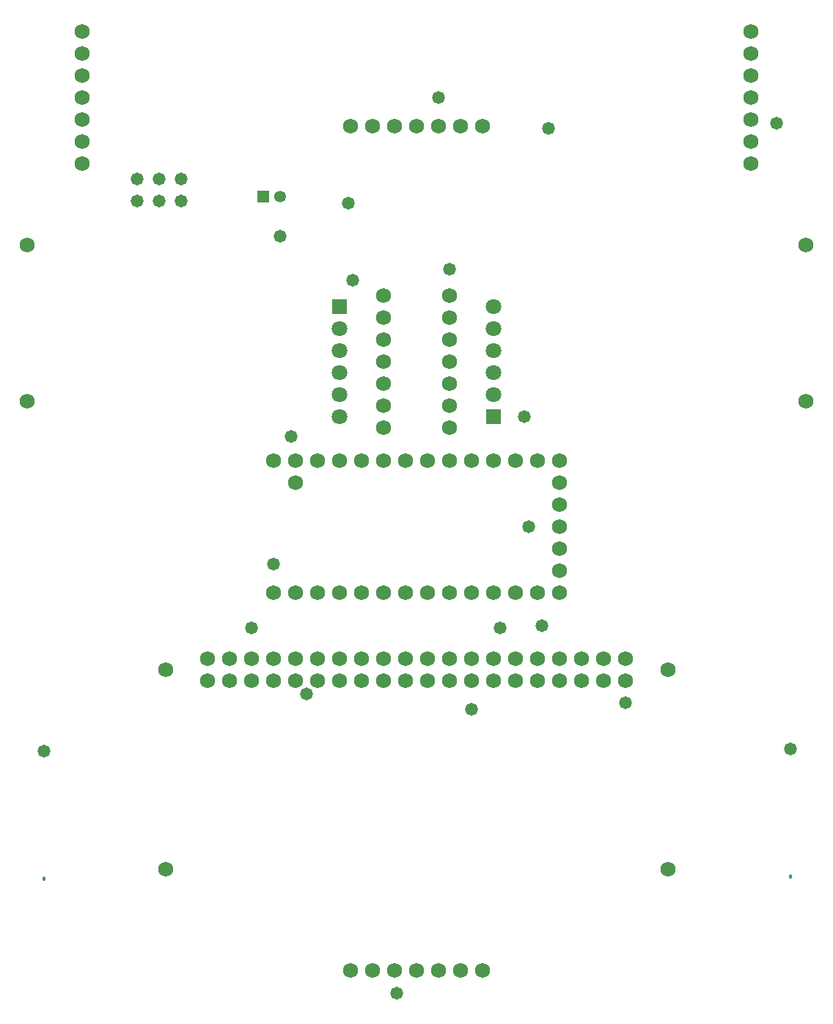
<source format=gbr>
%TF.GenerationSoftware,Altium Limited,Altium Designer,23.2.1 (34)*%
G04 Layer_Color=16711935*
%FSLAX26Y26*%
%MOIN*%
%TF.SameCoordinates,C295F6C5-B72E-4061-B5E5-0E097F681155*%
%TF.FilePolarity,Negative*%
%TF.FileFunction,Soldermask,Bot*%
%TF.Part,Single*%
G01*
G75*
%TA.AperFunction,ComponentPad*%
%ADD33C,0.068000*%
%ADD34R,0.053276X0.053276*%
%ADD35C,0.053276*%
%ADD36C,0.058000*%
%ADD37C,0.018000*%
%ADD38C,0.070992*%
%ADD39R,0.070992X0.070992*%
%TA.AperFunction,ViaPad*%
%ADD40C,0.058000*%
D33*
X1520000Y4150000D02*
D03*
Y4250000D02*
D03*
Y4350000D02*
D03*
Y4450000D02*
D03*
Y4550000D02*
D03*
Y4650000D02*
D03*
Y4750000D02*
D03*
X-550000Y2700000D02*
D03*
X550000Y2200000D02*
D03*
X650000D02*
D03*
X350000D02*
D03*
X450000D02*
D03*
X150000D02*
D03*
X250000D02*
D03*
X-50000D02*
D03*
X50000D02*
D03*
X-250000D02*
D03*
X-150000D02*
D03*
X-450000D02*
D03*
X-350000D02*
D03*
X-650000D02*
D03*
X-550000D02*
D03*
X550000Y2800000D02*
D03*
X650000D02*
D03*
X350000D02*
D03*
X450000D02*
D03*
X150000D02*
D03*
X250000D02*
D03*
X-50000D02*
D03*
X50000D02*
D03*
X-250000D02*
D03*
X-150000D02*
D03*
X-450000D02*
D03*
X-350000D02*
D03*
X-650000D02*
D03*
X-550000D02*
D03*
X650000Y2300000D02*
D03*
Y2400000D02*
D03*
Y2500000D02*
D03*
Y2600000D02*
D03*
Y2700000D02*
D03*
X1141535Y944291D02*
D03*
X950000Y1800000D02*
D03*
Y1900000D02*
D03*
X850000Y1800000D02*
D03*
Y1900000D02*
D03*
X750000Y1800000D02*
D03*
Y1900000D02*
D03*
X650000Y1800000D02*
D03*
Y1900000D02*
D03*
X550000Y1800000D02*
D03*
Y1900000D02*
D03*
X450000Y1800000D02*
D03*
Y1900000D02*
D03*
X350000Y1800000D02*
D03*
Y1900000D02*
D03*
X250000Y1800000D02*
D03*
Y1900000D02*
D03*
X150000Y1800000D02*
D03*
Y1900000D02*
D03*
X50000Y1800000D02*
D03*
Y1900000D02*
D03*
X-50000Y1800000D02*
D03*
Y1900000D02*
D03*
X-150000Y1800000D02*
D03*
Y1900000D02*
D03*
X-250000Y1800000D02*
D03*
Y1900000D02*
D03*
X-350000Y1800000D02*
D03*
Y1900000D02*
D03*
X-450000Y1800000D02*
D03*
Y1900000D02*
D03*
X-550000Y1800000D02*
D03*
Y1900000D02*
D03*
X-650000Y1800000D02*
D03*
Y1900000D02*
D03*
X-750000Y1800000D02*
D03*
Y1900000D02*
D03*
X-850000Y1800000D02*
D03*
Y1900000D02*
D03*
X-950000Y1800000D02*
D03*
Y1900000D02*
D03*
X-1141929Y944291D02*
D03*
X1141535Y1849803D02*
D03*
X-1141929D02*
D03*
X1770000Y3070000D02*
D03*
Y3780000D02*
D03*
X-1770000Y3070000D02*
D03*
Y3780000D02*
D03*
X-150000Y3550000D02*
D03*
X150000D02*
D03*
X-150000Y3450000D02*
D03*
X150000D02*
D03*
X-150000Y3350000D02*
D03*
X150000D02*
D03*
X-150000Y3250000D02*
D03*
X150000D02*
D03*
X-150000Y3150000D02*
D03*
X150000D02*
D03*
X-150000Y3050000D02*
D03*
X150000D02*
D03*
X-150000Y2950000D02*
D03*
X150000D02*
D03*
X-300000Y485000D02*
D03*
X-200000D02*
D03*
X-100000D02*
D03*
X0D02*
D03*
X100000D02*
D03*
X200000D02*
D03*
X300000D02*
D03*
Y4320000D02*
D03*
X200000D02*
D03*
X100000D02*
D03*
X0D02*
D03*
X-100000D02*
D03*
X-200000D02*
D03*
X-300000D02*
D03*
X-1520000Y4750000D02*
D03*
Y4650000D02*
D03*
Y4550000D02*
D03*
Y4450000D02*
D03*
Y4350000D02*
D03*
Y4250000D02*
D03*
Y4150000D02*
D03*
D34*
X-699016Y4000000D02*
D03*
D35*
X-620000D02*
D03*
D36*
X1700000Y1490000D02*
D03*
X-1695000Y1480000D02*
D03*
D37*
X1700000Y910000D02*
D03*
X-1695000Y900000D02*
D03*
D38*
X-350000Y3000000D02*
D03*
Y3100000D02*
D03*
Y3300000D02*
D03*
Y3400000D02*
D03*
Y3200000D02*
D03*
X350000Y3500000D02*
D03*
Y3400000D02*
D03*
Y3200000D02*
D03*
Y3100000D02*
D03*
Y3300000D02*
D03*
D39*
X-350000Y3500000D02*
D03*
X350000Y3000000D02*
D03*
D40*
X149948Y3669948D02*
D03*
X-500000Y1740000D02*
D03*
X-90000Y380000D02*
D03*
X950000Y1700000D02*
D03*
X-310000Y3970000D02*
D03*
X-1270000Y3980000D02*
D03*
X570000Y2050000D02*
D03*
X-750000Y2040000D02*
D03*
X-650000Y2330000D02*
D03*
X-620000Y3820000D02*
D03*
X-570000Y2910000D02*
D03*
X600000Y4310000D02*
D03*
X1636010Y4332688D02*
D03*
X-1270000Y4080000D02*
D03*
X-1170000Y3980000D02*
D03*
X100000Y4450000D02*
D03*
X380000Y2040000D02*
D03*
X250000Y1670000D02*
D03*
X510000Y2500000D02*
D03*
X490000Y3000000D02*
D03*
X-290000Y3620000D02*
D03*
X-1070000Y3980000D02*
D03*
Y4080000D02*
D03*
X-1170000D02*
D03*
%TF.MD5,d508564232c158d82d5c42f4fa088e08*%
M02*

</source>
